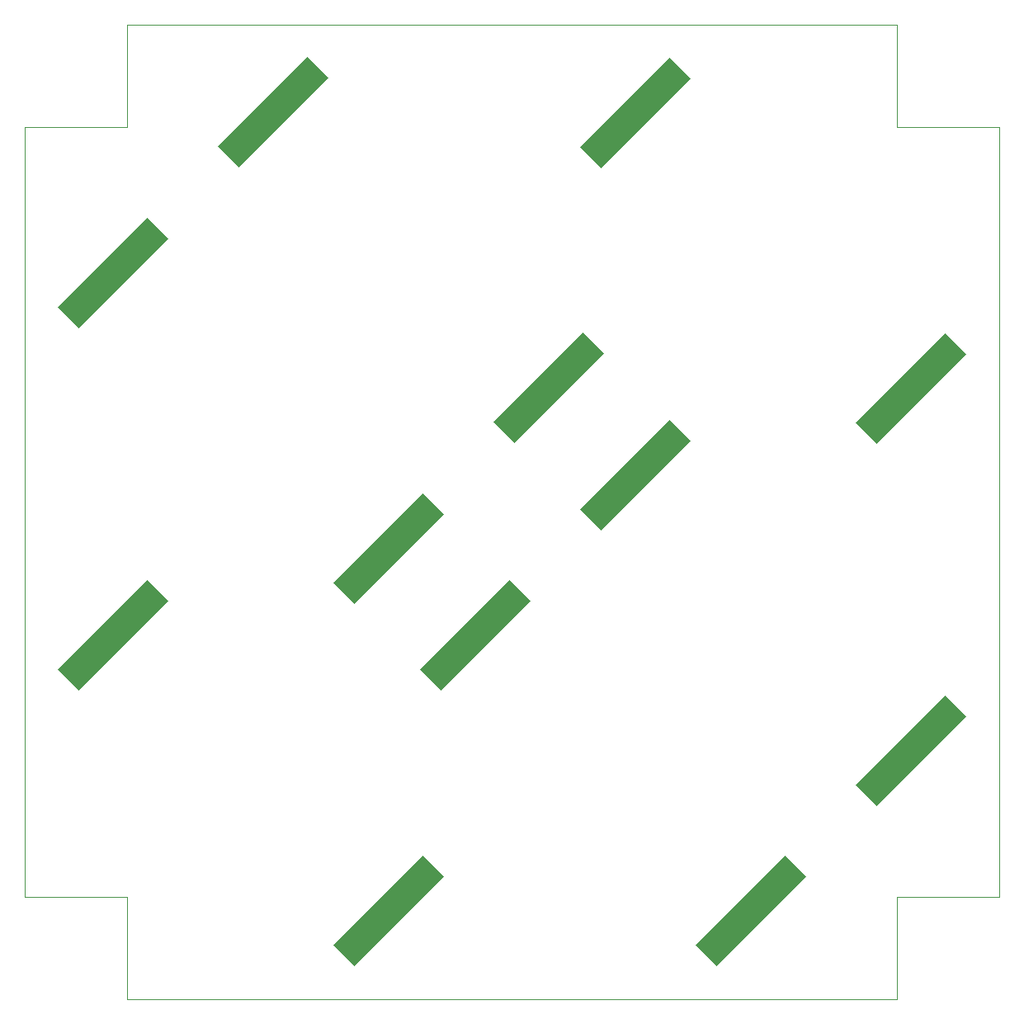
<source format=gbr>
%TF.GenerationSoftware,KiCad,Pcbnew,7.0.5*%
%TF.CreationDate,2023-06-21T14:57:03-07:00*%
%TF.ProjectId,solar-panel-side-Z,736f6c61-722d-4706-916e-656c2d736964,3.1*%
%TF.SameCoordinates,Original*%
%TF.FileFunction,Paste,Top*%
%TF.FilePolarity,Positive*%
%FSLAX46Y46*%
G04 Gerber Fmt 4.6, Leading zero omitted, Abs format (unit mm)*
G04 Created by KiCad (PCBNEW 7.0.5) date 2023-06-21 14:57:03*
%MOMM*%
%LPD*%
G01*
G04 APERTURE LIST*
G04 Aperture macros list*
%AMRotRect*
0 Rectangle, with rotation*
0 The origin of the aperture is its center*
0 $1 length*
0 $2 width*
0 $3 Rotation angle, in degrees counterclockwise*
0 Add horizontal line*
21,1,$1,$2,0,0,$3*%
G04 Aperture macros list end*
%ADD10RotRect,13.000000X3.000000X45.000000*%
%ADD11RotRect,13.000000X3.000000X225.000000*%
%TA.AperFunction,Profile*%
%ADD12C,0.050000*%
%TD*%
G04 APERTURE END LIST*
D10*
%TO.C,SC5*%
X108537864Y-97657864D03*
X136822136Y-125942136D03*
%TD*%
%TO.C,SC3*%
X125000000Y-43980000D03*
X153284272Y-72264272D03*
%TD*%
D11*
%TO.C,SC4*%
X136824272Y-88734272D03*
X108540000Y-60450000D03*
%TD*%
D10*
%TO.C,SC6*%
X145755728Y-97665728D03*
X174040000Y-125950000D03*
%TD*%
D11*
%TO.C,SC2*%
X190462136Y-72342136D03*
X162177864Y-44057864D03*
%TD*%
%TO.C,SC1*%
X190480000Y-109480000D03*
X162195728Y-81195728D03*
%TD*%
D12*
X189000000Y-135000000D02*
X110000000Y-135000000D01*
X110000000Y-124500000D02*
X99500000Y-124500000D01*
X110000000Y-45500000D02*
X110000000Y-35000000D01*
X189000000Y-45500000D02*
X199500000Y-45500000D01*
X99500000Y-124500000D02*
X99500000Y-45500000D01*
X199500000Y-124500000D02*
X189000000Y-124500000D01*
X110000000Y-35000000D02*
X189000000Y-35000000D01*
X199500000Y-45500000D02*
X199500000Y-124500000D01*
X189000000Y-124500000D02*
X189000000Y-135000000D01*
X99500000Y-45500000D02*
X110000000Y-45500000D01*
X189000000Y-35000000D02*
X189000000Y-45500000D01*
X110000000Y-135000000D02*
X110000000Y-124500000D01*
M02*

</source>
